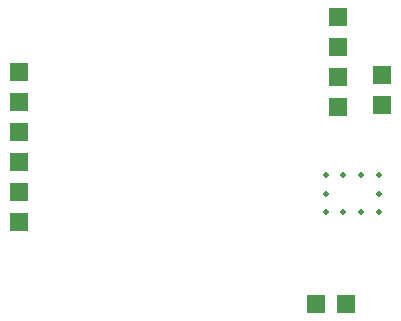
<source format=gbl>
G04 Layer: BottomLayer*
G04 EasyEDA v6.5.47, 2024-10-08 22:28:42*
G04 1ebfd5db29c148b9bf331c51237545a2,bd0a3265f8cf4f36a4e098e39f96ef10,10*
G04 Gerber Generator version 0.2*
G04 Scale: 100 percent, Rotated: No, Reflected: No *
G04 Dimensions in millimeters *
G04 leading zeros omitted , absolute positions ,4 integer and 5 decimal *
%FSLAX45Y45*%
%MOMM*%

%ADD10R,1.5240X1.5240*%
%ADD11R,1.5400X1.5400*%
%ADD12C,0.5000*%

%LPD*%
D10*
G01*
X4464100Y1899996D03*
G01*
X4464100Y2153996D03*
G01*
X4464100Y2407996D03*
G01*
X4464100Y2661996D03*
G01*
X1759000Y2192096D03*
G01*
X1759000Y1938096D03*
G01*
X1759000Y1684096D03*
G01*
X1759000Y1430096D03*
G01*
X1759000Y1176096D03*
G01*
X1759000Y922096D03*
D11*
G01*
X4279900Y228600D03*
G01*
X4533900Y228600D03*
G01*
X4838700Y2171700D03*
G01*
X4838700Y1917700D03*
D12*
G01*
X4809693Y1326108D03*
G01*
X4809693Y1166088D03*
G01*
X4809693Y1006094D03*
G01*
X4659706Y1326108D03*
G01*
X4509693Y1326108D03*
G01*
X4359706Y1326108D03*
G01*
X4359706Y1166088D03*
G01*
X4359706Y1006094D03*
G01*
X4509693Y1006094D03*
G01*
X4659706Y1006094D03*
M02*

</source>
